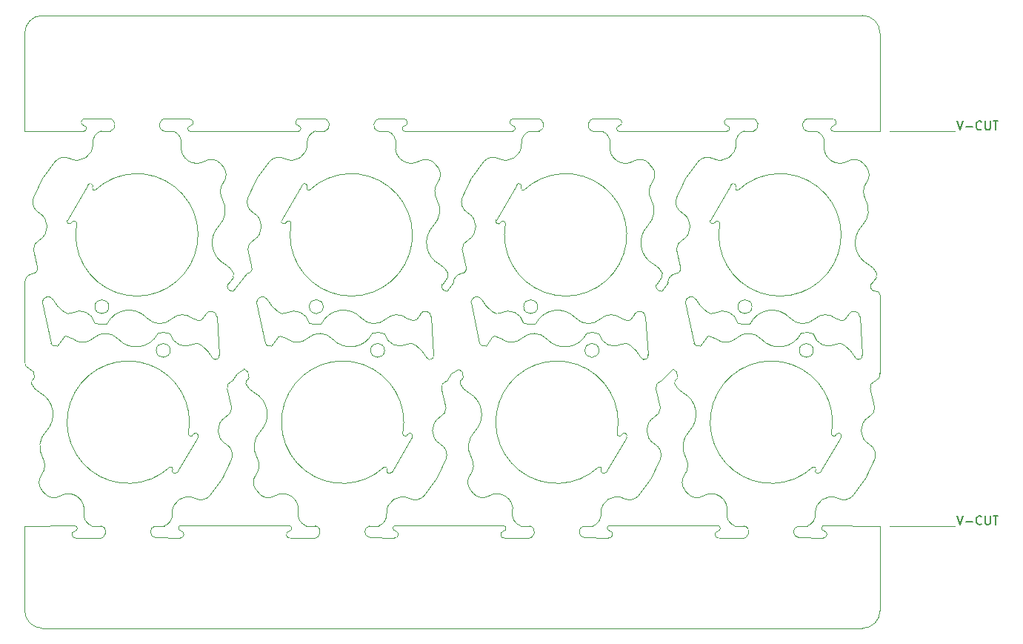
<source format=gbr>
%TF.GenerationSoftware,KiCad,Pcbnew,7.0.10*%
%TF.CreationDate,2024-11-13T11:37:08-08:00*%
%TF.ProjectId,ballBearingBoardPanelization241112,62616c6c-4265-4617-9269-6e67426f6172,rev?*%
%TF.SameCoordinates,Original*%
%TF.FileFunction,Profile,NP*%
%FSLAX46Y46*%
G04 Gerber Fmt 4.6, Leading zero omitted, Abs format (unit mm)*
G04 Created by KiCad (PCBNEW 7.0.10) date 2024-11-13 11:37:08*
%MOMM*%
%LPD*%
G01*
G04 APERTURE LIST*
%ADD10C,0.150000*%
%TA.AperFunction,Profile*%
%ADD11C,0.100000*%
%TD*%
G04 APERTURE END LIST*
D10*
X94707322Y34397480D02*
X95040655Y33397480D01*
X95040655Y33397480D02*
X95373988Y34397480D01*
X95707322Y33778433D02*
X96469227Y33778433D01*
X97516845Y33492719D02*
X97469226Y33445100D01*
X97469226Y33445100D02*
X97326369Y33397480D01*
X97326369Y33397480D02*
X97231131Y33397480D01*
X97231131Y33397480D02*
X97088274Y33445100D01*
X97088274Y33445100D02*
X96993036Y33540338D01*
X96993036Y33540338D02*
X96945417Y33635576D01*
X96945417Y33635576D02*
X96897798Y33826052D01*
X96897798Y33826052D02*
X96897798Y33968909D01*
X96897798Y33968909D02*
X96945417Y34159385D01*
X96945417Y34159385D02*
X96993036Y34254623D01*
X96993036Y34254623D02*
X97088274Y34349861D01*
X97088274Y34349861D02*
X97231131Y34397480D01*
X97231131Y34397480D02*
X97326369Y34397480D01*
X97326369Y34397480D02*
X97469226Y34349861D01*
X97469226Y34349861D02*
X97516845Y34302242D01*
X97945417Y34397480D02*
X97945417Y33587957D01*
X97945417Y33587957D02*
X97993036Y33492719D01*
X97993036Y33492719D02*
X98040655Y33445100D01*
X98040655Y33445100D02*
X98135893Y33397480D01*
X98135893Y33397480D02*
X98326369Y33397480D01*
X98326369Y33397480D02*
X98421607Y33445100D01*
X98421607Y33445100D02*
X98469226Y33492719D01*
X98469226Y33492719D02*
X98516845Y33587957D01*
X98516845Y33587957D02*
X98516845Y34397480D01*
X98850179Y34397480D02*
X99421607Y34397480D01*
X99135893Y33397480D02*
X99135893Y34397480D01*
X94707322Y-10712024D02*
X95040655Y-11712024D01*
X95040655Y-11712024D02*
X95373988Y-10712024D01*
X95707322Y-11331071D02*
X96469227Y-11331071D01*
X97516845Y-11616785D02*
X97469226Y-11664405D01*
X97469226Y-11664405D02*
X97326369Y-11712024D01*
X97326369Y-11712024D02*
X97231131Y-11712024D01*
X97231131Y-11712024D02*
X97088274Y-11664405D01*
X97088274Y-11664405D02*
X96993036Y-11569166D01*
X96993036Y-11569166D02*
X96945417Y-11473928D01*
X96945417Y-11473928D02*
X96897798Y-11283452D01*
X96897798Y-11283452D02*
X96897798Y-11140595D01*
X96897798Y-11140595D02*
X96945417Y-10950119D01*
X96945417Y-10950119D02*
X96993036Y-10854881D01*
X96993036Y-10854881D02*
X97088274Y-10759643D01*
X97088274Y-10759643D02*
X97231131Y-10712024D01*
X97231131Y-10712024D02*
X97326369Y-10712024D01*
X97326369Y-10712024D02*
X97469226Y-10759643D01*
X97469226Y-10759643D02*
X97516845Y-10807262D01*
X97945417Y-10712024D02*
X97945417Y-11521547D01*
X97945417Y-11521547D02*
X97993036Y-11616785D01*
X97993036Y-11616785D02*
X98040655Y-11664405D01*
X98040655Y-11664405D02*
X98135893Y-11712024D01*
X98135893Y-11712024D02*
X98326369Y-11712024D01*
X98326369Y-11712024D02*
X98421607Y-11664405D01*
X98421607Y-11664405D02*
X98469226Y-11616785D01*
X98469226Y-11616785D02*
X98516845Y-11521547D01*
X98516845Y-11521547D02*
X98516845Y-10712024D01*
X98850179Y-10712024D02*
X99421607Y-10712024D01*
X99135893Y-11712024D02*
X99135893Y-10712024D01*
D11*
X86995000Y-11842205D02*
X94513400Y-11842205D01*
X86995000Y33267300D02*
X94513400Y33267300D01*
X67611260Y22688381D02*
G75*
G03*
X69711656Y26511319I6872600J-1287471D01*
G01*
X67134904Y9541487D02*
G75*
G03*
X66376474Y9826573I-1198404J-2036787D01*
G01*
X31576905Y33840096D02*
G75*
G03*
X31618320Y33220948I44295J-307996D01*
G01*
X40389372Y14028355D02*
G75*
G03*
X41625703Y12616490I3643928J1943645D01*
G01*
X85920600Y33243105D02*
X80618320Y33220948D01*
X66094364Y9697961D02*
X65352867Y8699322D01*
X80440786Y34646782D02*
X77875943Y34649012D01*
X18134886Y9541463D02*
G75*
G03*
X20516999Y9603528I1155914J1379837D01*
G01*
X80848958Y11859432D02*
G75*
G03*
X81607384Y11574340I1198342J2036568D01*
G01*
X81607384Y11574358D02*
G75*
G03*
X81889495Y11702951I-1684J377442D01*
G01*
X64889380Y14028359D02*
G75*
G03*
X66125703Y12616490I3643720J1943441D01*
G01*
X8358142Y8784406D02*
G75*
G03*
X7417180Y8913020I-558042J-576306D01*
G01*
X44097800Y34671000D02*
X46662643Y34673230D01*
X-6365100Y9541480D02*
G75*
G03*
X-7123526Y9826573I-1198461J-2036872D01*
G01*
X83126531Y7340554D02*
G75*
G03*
X83888600Y7696200I354469J234746D01*
G01*
X17125672Y12616458D02*
G75*
G03*
X18066679Y12487894I558028J576342D01*
G01*
X-5080368Y-10281670D02*
G75*
G03*
X-7779350Y-8428287I-1773146J309745D01*
G01*
X53804153Y10088612D02*
G75*
G03*
X52410024Y10168799I-807753J-1884312D01*
G01*
X69679717Y11312322D02*
G75*
G03*
X71073836Y11232112I807783J1884378D01*
G01*
X67406966Y-12439253D02*
G75*
G03*
X67543074Y-13245869I74934J-402147D01*
G01*
X59546141Y29539842D02*
X59881093Y29132077D01*
X42865540Y-11820036D02*
X30563594Y-11795818D01*
X66836356Y30116493D02*
G75*
G03*
X69449192Y31846673I817284J1603757D01*
G01*
X17836359Y30116497D02*
G75*
G03*
X16162318Y29808155I-635659J-1247397D01*
G01*
X62438866Y4392998D02*
G75*
G03*
X63370440Y3390213I1978934J904302D01*
G01*
X31848956Y11859430D02*
G75*
G03*
X29466861Y11797383I-1155916J-1379780D01*
G01*
X43043074Y-13245870D02*
X45607917Y-13248100D01*
X36482890Y16602295D02*
G75*
G03*
X36544976Y17007906I-381190J265905D01*
G01*
X-3114117Y33267323D02*
G75*
G03*
X-4050808Y31846673I459850J-1322321D01*
G01*
X56953608Y-1702077D02*
X54589497Y-5715292D01*
X59897168Y27421615D02*
G75*
G03*
X59768626Y25444157I1435432J-1086215D01*
G01*
X63341192Y20801026D02*
G75*
G03*
X63297054Y23922782I-920592J1548174D01*
G01*
X-6663646Y30116487D02*
G75*
G03*
X-4050808Y31846673I817283J1603761D01*
G01*
X-10999055Y4798635D02*
G75*
G03*
X-11061116Y4393006I381253J-265893D01*
G01*
X20331157Y-11842193D02*
X21387874Y-11848870D01*
X41876474Y9826580D02*
G75*
G03*
X41594364Y9697961I1726J-377480D01*
G01*
X44911364Y26811670D02*
G75*
G03*
X44394363Y27116205I-258464J152330D01*
G01*
X-5888738Y22688381D02*
G75*
G03*
X-3788345Y26511319I6872599J-1287467D01*
G01*
X-9562282Y-8138929D02*
X-9897233Y-7731165D01*
X34609158Y12039599D02*
G75*
G03*
X33388518Y12385866I-665958J-22999D01*
G01*
X43920267Y33245097D02*
G75*
G03*
X43961686Y33864349I-2867J311203D01*
G01*
X84853800Y15748000D02*
X85482916Y16602277D01*
X79564157Y31682594D02*
G75*
G03*
X82263210Y29829201I1773143J-309794D01*
G01*
X30564283Y31682572D02*
G75*
G03*
X29652703Y33243105I-1379083J240928D01*
G01*
X71442585Y33274061D02*
G75*
G03*
X71162643Y34673230I-173185J692939D01*
G01*
X54886048Y-13221730D02*
G75*
G03*
X55022174Y-12415002I61152J404530D01*
G01*
X64641604Y9029502D02*
G75*
G03*
X65352867Y8699322I506496J159898D01*
G01*
X6872609Y-1287469D02*
G75*
G03*
X7436628Y-1397555I290471J-11691D01*
G01*
X42336356Y30116493D02*
G75*
G03*
X44949192Y31846673I817284J1603757D01*
G01*
X56953567Y-1702053D02*
G75*
G03*
X56436628Y-1397555I-258467J152253D01*
G01*
X40662315Y29808156D02*
G75*
G03*
X38158942Y25614131I9250985J-8365956D01*
G01*
X-10158820Y20801046D02*
G75*
G03*
X-10202946Y23922782I-920601J1548167D01*
G01*
X17530251Y23102990D02*
X19894362Y27116205D01*
X-5079734Y33245167D02*
G75*
G03*
X-5038314Y33864348I-2867J311168D01*
G01*
X85482911Y16602280D02*
G75*
G03*
X85544975Y17007906I-381411J265920D01*
G01*
X-5079734Y33245166D02*
X-11826200Y33267323D01*
X79386060Y-13221652D02*
X76627199Y-13181754D01*
X36361800Y4699000D02*
X36911339Y5602163D01*
X85318130Y1646469D02*
G75*
G03*
X84812260Y3795837I-10638630J-1369669D01*
G01*
X83920600Y-23539300D02*
G75*
G03*
X85920600Y-21539297I0J2000000D01*
G01*
X29572467Y-5410747D02*
G75*
G03*
X29272205Y-5110409I-204167J96147D01*
G01*
X65162315Y29808156D02*
G75*
G03*
X62658942Y25614131I9250985J-8365956D01*
G01*
X55940786Y34646782D02*
X53375943Y34649012D01*
X15641672Y9029524D02*
G75*
G03*
X16352867Y8699322I506528J159976D01*
G01*
X7953567Y-1702053D02*
G75*
G03*
X7436628Y-1397555I-258467J152253D01*
G01*
X77875929Y34648920D02*
G75*
G03*
X77595986Y33249783I-106729J-706220D01*
G01*
X81858130Y8784395D02*
G75*
G03*
X80917180Y8913020I-558030J-576195D01*
G01*
X35046135Y29539837D02*
G75*
G03*
X33263210Y29829201I-1062835J-911237D01*
G01*
X15098574Y-1058758D02*
G75*
G03*
X14370440Y3390211I-2003324J1956198D01*
G01*
X67134888Y9541466D02*
G75*
G03*
X69516999Y9603528I1155912J1379934D01*
G01*
X57358130Y8784395D02*
G75*
G03*
X56417180Y8913020I-558030J-576195D01*
G01*
X44097800Y34670997D02*
G75*
G03*
X43961686Y33864350I-61100J-404497D01*
G01*
X84046119Y29539824D02*
G75*
G03*
X82263210Y29829201I-1062819J-911124D01*
G01*
X60982911Y16602280D02*
G75*
G03*
X61044975Y17007906I-381411J265920D01*
G01*
X77597977Y-11866410D02*
X76541260Y-11873087D01*
X31372626Y-1287470D02*
G75*
G03*
X31936627Y-1397555I290474J-11630D01*
G01*
X11353841Y15747985D02*
G75*
G03*
X11912600Y14960601I554459J-198485D01*
G01*
X36324961Y-4213234D02*
G75*
G03*
X35686806Y-2521871I-1319461J468234D01*
G01*
X18406966Y-12439253D02*
G75*
G03*
X18543074Y-13245869I74934J-402147D01*
G01*
X13550592Y16973136D02*
G75*
G03*
X14109392Y17760532I4338J588904D01*
G01*
X18611260Y22688381D02*
G75*
G03*
X20711656Y26511319I6872600J-1287471D01*
G01*
X85361796Y4699015D02*
G75*
G03*
X85911338Y5602163I-196096J738085D01*
G01*
X77597986Y-11866437D02*
G75*
G03*
X78534667Y-10445760I-459886J1322337D01*
G01*
X66376474Y9826573D02*
G75*
G03*
X66094364Y9697961I1626J-377273D01*
G01*
X66836359Y30116497D02*
G75*
G03*
X65162318Y29808155I-635659J-1247397D01*
G01*
X11353800Y15748000D02*
X11982916Y16602277D01*
X36544979Y17007907D02*
G75*
G03*
X35613420Y18010699I-1979079J-904407D01*
G01*
X20411335Y26811686D02*
G75*
G03*
X20711655Y26511320I204165J-96186D01*
G01*
X68597800Y34670997D02*
G75*
G03*
X68461686Y33864350I-61100J-404497D01*
G01*
X54886060Y-13221652D02*
X52127199Y-13181754D01*
X5886060Y-13221652D02*
X3127199Y-13181754D01*
X-8610633Y14028352D02*
G75*
G03*
X-7374297Y12616490I3643892J1943628D01*
G01*
X69411335Y26811686D02*
G75*
G03*
X69711655Y26511320I204165J-96186D01*
G01*
X-11826200Y33267323D02*
X-11826221Y44460699D01*
X-5888740Y22688381D02*
G75*
G03*
X-6452768Y22798468I-290477J11683D01*
G01*
X10546141Y29539842D02*
X10881093Y29132077D01*
X59385282Y22459674D02*
G75*
G03*
X59768625Y25444157I-1788662J1746606D01*
G01*
X31848952Y11859421D02*
G75*
G03*
X32607384Y11574339I1198348J2036679D01*
G01*
X-6663646Y30116488D02*
G75*
G03*
X-8337683Y29808155I-635669J-1247355D01*
G01*
X64098578Y-1058762D02*
G75*
G03*
X63715236Y-4043244I1788682J-1746608D01*
G01*
X23345311Y9499927D02*
G75*
G03*
X20516999Y9603528I-1465891J-1360577D01*
G01*
X62500944Y4798635D02*
X62772828Y5178358D01*
X10546135Y29539837D02*
G75*
G03*
X8763210Y29829201I-1062835J-911237D01*
G01*
X85324890Y-4213209D02*
G75*
G03*
X84686806Y-2521871I-1319290J468309D01*
G01*
X17376474Y9826580D02*
G75*
G03*
X17094364Y9697961I1726J-377480D01*
G01*
X14341183Y20801041D02*
G75*
G03*
X14297054Y23922782I-920603J1548169D01*
G01*
X68419616Y-10281667D02*
G75*
G03*
X69331157Y-11842193I1379084J-240933D01*
G01*
X5152703Y33243105D02*
X4095986Y33249782D01*
X67543074Y-13245870D02*
X70107917Y-13248100D01*
X71287498Y13196473D02*
G75*
G03*
X69687500Y13196473I-799999J0D01*
G01*
X69687500Y13196473D02*
G75*
G03*
X71287498Y13196473I799999J0D01*
G01*
X79563594Y-11795840D02*
G75*
G03*
X79522174Y-12415001I2906J-311160D01*
G01*
X-1154684Y9499932D02*
G75*
G03*
X3410024Y10168800I2052250J1904782D01*
G01*
X38000975Y4798614D02*
G75*
G03*
X37938885Y4393006I381225J-265914D01*
G01*
X60353800Y15748000D02*
X60982916Y16602277D01*
X10385283Y22459673D02*
G75*
G03*
X10768625Y25444157I-1788673J1746607D01*
G01*
X37938866Y4392998D02*
G75*
G03*
X38870440Y3390213I1978934J904302D01*
G01*
X-2057400Y33274001D02*
G75*
G03*
X-2337357Y34673229I-173202J692967D01*
G01*
X45885883Y33267323D02*
X46942600Y33274000D01*
X13500944Y4798635D02*
X13772828Y5178358D01*
X79386048Y-13221730D02*
G75*
G03*
X79522174Y-12415002I61152J404530D01*
G01*
X64641667Y9029522D02*
X63668685Y13682086D01*
X78572480Y-5410748D02*
G75*
G03*
X79089496Y-5715292I258520J-152252D01*
G01*
X56348922Y11859388D02*
G75*
G03*
X53966861Y11797384I-1155922J-1379788D01*
G01*
X32889496Y11702951D02*
X33388518Y12385866D01*
X35642679Y599867D02*
G75*
G03*
X35686806Y-2521870I920621J-1548167D01*
G01*
X6064220Y31682583D02*
G75*
G03*
X8763210Y29829201I1773150J-309743D01*
G01*
X-8337683Y29808155D02*
G75*
G03*
X-10841058Y25614131I9251023J-8365985D01*
G01*
X63341187Y20801031D02*
G75*
G03*
X62665730Y19754443I459213J-1037631D01*
G01*
X34885283Y22459673D02*
G75*
G03*
X35268625Y25444157I-1788673J1746607D01*
G01*
X-3392083Y-13248100D02*
G75*
G03*
X-3112126Y-11848870I106756J706262D01*
G01*
X35397144Y27421633D02*
G75*
G03*
X35268626Y25444157I1435416J-1086203D01*
G01*
X17836356Y30116493D02*
G75*
G03*
X20449192Y31846673I817284J1603757D01*
G01*
X54072588Y-5410803D02*
G75*
G03*
X53772205Y-5110408I-204188J96203D01*
G01*
X85920622Y14554202D02*
G75*
G03*
X85412600Y14960599I-440722J-30202D01*
G01*
X10109205Y12039600D02*
G75*
G03*
X8888519Y12385865I-665965J-22950D01*
G01*
X14937718Y-8138929D02*
X14602767Y-7731165D01*
X62550585Y16973170D02*
G75*
G03*
X61673800Y15936721I200115J-1058370D01*
G01*
X62550591Y16973054D02*
G75*
G03*
X63109392Y17760532I4309J588946D01*
G01*
X44911335Y26811686D02*
G75*
G03*
X45211655Y26511320I204165J-96186D01*
G01*
X68597800Y34671000D02*
X71162643Y34673230D01*
X-4168843Y-11842193D02*
X-3112126Y-11848870D01*
X66530251Y23102990D02*
X68894362Y27116205D01*
X59109158Y12039599D02*
G75*
G03*
X57888518Y12385866I-665958J-22999D01*
G01*
X7076905Y33840096D02*
G75*
G03*
X7118320Y33220948I44295J-307996D01*
G01*
X32453608Y-1702077D02*
X30089497Y-5715292D01*
X13658887Y25614150D02*
G75*
G03*
X14297054Y23922784I1319413J-468250D01*
G01*
X-3820280Y11312330D02*
G75*
G03*
X-2426164Y11232112I807782J1884170D01*
G01*
X82821537Y-8407238D02*
G75*
G03*
X85324919Y-4213219I-9250737J8365838D01*
G01*
X20679720Y11312330D02*
G75*
G03*
X18066679Y12487894I-1753620J-406030D01*
G01*
X17530216Y23103011D02*
G75*
G03*
X18047231Y22798468I258484J-152311D01*
G01*
X-6365100Y9541480D02*
G75*
G03*
X-3983001Y9603528I1155917J1379798D01*
G01*
X19419628Y-10281669D02*
G75*
G03*
X16720650Y-8428287I-1773128J309769D01*
G01*
X-9826221Y-23539297D02*
X83920600Y-23539297D01*
X-10727172Y5178358D02*
G75*
G03*
X-11276711Y6081521I-745650J165069D01*
G01*
X18406959Y-12439212D02*
G75*
G03*
X18365540Y-11820037I-44259J308012D01*
G01*
X28597977Y-11866410D02*
X27541260Y-11873087D01*
X22442585Y33274061D02*
G75*
G03*
X22162643Y34673230I-173185J692939D01*
G01*
X59897148Y27421631D02*
G75*
G03*
X59881093Y29132077I-1116368J844819D01*
G01*
X14341163Y20801086D02*
G75*
G03*
X13665730Y19754443I459337J-1037686D01*
G01*
X15641667Y9029522D02*
X14668685Y13682086D01*
X8107384Y11574358D02*
G75*
G03*
X8389495Y11702951I-1684J377442D01*
G01*
X84046141Y29539842D02*
X84381093Y29132077D01*
X40141667Y9029522D02*
X39168685Y13682086D01*
X9626600Y7340600D02*
G75*
G03*
X8358157Y8784421I-3751080J-2016350D01*
G01*
X-6093040Y-12439219D02*
G75*
G03*
X-6134460Y-11820036I-44287J308014D01*
G01*
X8389496Y11702951D02*
X8888518Y12385866D01*
X-9401426Y-1058758D02*
G75*
G03*
X-9784764Y-4043244I1788684J-1746607D01*
G01*
X44831157Y-11842193D02*
X45887874Y-11848870D01*
X75638505Y11900946D02*
G75*
G03*
X78466861Y11797384I1465895J1360654D01*
G01*
X39086701Y-6020710D02*
G75*
G03*
X39215234Y-4043244I-1435401J1086210D01*
G01*
X81453567Y-1702053D02*
G75*
G03*
X80936628Y-1397555I-258467J152253D01*
G01*
X57389496Y11702951D02*
X57888518Y12385866D01*
X5886060Y-13221651D02*
G75*
G03*
X6022174Y-12415003I61140J404491D01*
G01*
X38841192Y20801026D02*
G75*
G03*
X38797054Y23922782I-920592J1548174D01*
G01*
X27541260Y-11873088D02*
G75*
G03*
X27627199Y-13181753I161600J-646542D01*
G01*
X55872664Y-1287472D02*
G75*
G03*
X56436627Y-1397555I290436J-11728D01*
G01*
X56076905Y33840096D02*
G75*
G03*
X56118320Y33220948I44295J-307996D01*
G01*
X39437766Y-8138888D02*
G75*
G03*
X41220650Y-8428287I1062834J911188D01*
G01*
X30386060Y-13221652D02*
X27627199Y-13181754D01*
X7953608Y-1702077D02*
X5589497Y-5715292D01*
X85920600Y33243105D02*
X85920600Y44460703D01*
X-10158819Y20801045D02*
G75*
G03*
X-10834270Y19754443I459276J-1037666D01*
G01*
X66125672Y12616458D02*
G75*
G03*
X67066679Y12487894I558028J576342D01*
G01*
X-9913287Y-6020719D02*
G75*
G03*
X-9784765Y-4043244I-1435392J1086204D01*
G01*
X10897145Y27421633D02*
G75*
G03*
X10768627Y25444157I1435405J-1086203D01*
G01*
X-11061116Y4393006D02*
G75*
G03*
X-10129560Y3390212I1978937J904268D01*
G01*
X45885891Y33267300D02*
G75*
G03*
X44949192Y31846673I459809J-1322300D01*
G01*
X4097978Y-11866414D02*
G75*
G03*
X5034667Y-10445760I-459858J1322324D01*
G01*
X32858142Y8784406D02*
G75*
G03*
X31917180Y8913020I-558042J-576306D01*
G01*
X20411364Y26811670D02*
G75*
G03*
X19894363Y27116205I-258464J152330D01*
G01*
X23345322Y9499937D02*
G75*
G03*
X27910024Y10168800I2052248J1904783D01*
G01*
X18134894Y9541469D02*
G75*
G03*
X17376474Y9826573I-1198494J-2036869D01*
G01*
X47845292Y9499910D02*
G75*
G03*
X45016999Y9603528I-1465892J-1360610D01*
G01*
X53097977Y-11866410D02*
X52041260Y-11873087D01*
X80576905Y33840096D02*
G75*
G03*
X80618320Y33220948I44295J-307996D01*
G01*
X42906966Y-12439253D02*
G75*
G03*
X43043074Y-13245869I74934J-402147D01*
G01*
X11982890Y16602295D02*
G75*
G03*
X12044976Y17007906I-381190J265905D01*
G01*
X11142678Y599868D02*
G75*
G03*
X11818130Y1646469I-459268J1037662D01*
G01*
X21107916Y-13248105D02*
G75*
G03*
X21387874Y-11848871I106754J706265D01*
G01*
X63586676Y-6020691D02*
G75*
G03*
X63602768Y-7731165I1116424J-844809D01*
G01*
X28597986Y-11866437D02*
G75*
G03*
X29534667Y-10445760I-459886J1322337D01*
G01*
X15889372Y14028355D02*
G75*
G03*
X17125703Y12616490I3643928J1943645D01*
G01*
X36361804Y4698985D02*
G75*
G03*
X35812262Y3795837I196096J-738085D01*
G01*
X4097977Y-11866410D02*
X3041260Y-11873087D01*
X59388600Y7696200D02*
X59109200Y12039600D01*
X-1154684Y9499932D02*
G75*
G03*
X-3983001Y9603528I-1465891J-1360585D01*
G01*
X46942585Y33274061D02*
G75*
G03*
X46662643Y34673230I-173185J692939D01*
G01*
X-10949408Y16973133D02*
G75*
G03*
X-10390609Y17760532I4340J588903D01*
G01*
X38165741Y19754444D02*
G75*
G03*
X38609392Y17760532I11156559J1436056D01*
G01*
X-3114117Y33267323D02*
X-2057400Y33274000D01*
X54072480Y-5410748D02*
G75*
G03*
X54589496Y-5715292I258520J-152252D01*
G01*
X45179720Y11312330D02*
G75*
G03*
X46573836Y11232113I807780J1884170D01*
G01*
X34885286Y22459670D02*
G75*
G03*
X35613420Y18010700I2003314J-1956200D01*
G01*
X63937718Y-8138929D02*
X63602767Y-7731165D01*
X4796361Y8204441D02*
G75*
G03*
X3196359Y8204441I-800001J0D01*
G01*
X3196359Y8204441D02*
G75*
G03*
X4796361Y8204441I800001J0D01*
G01*
X-4088661Y26811684D02*
G75*
G03*
X-4605637Y27116205I-258477J152279D01*
G01*
X38841163Y20801086D02*
G75*
G03*
X38165730Y19754443I459337J-1037686D01*
G01*
X40141672Y9029524D02*
G75*
G03*
X40852867Y8699322I506528J159976D01*
G01*
X12411339Y5602163D02*
X13223289Y6081521D01*
X67406959Y-12439212D02*
G75*
G03*
X67365540Y-11820037I-44259J308012D01*
G01*
X38158887Y25614150D02*
G75*
G03*
X38797054Y23922784I1319413J-468250D01*
G01*
X32453567Y-1702053D02*
G75*
G03*
X31936628Y-1397555I-258467J152253D01*
G01*
X-6969749Y23102990D02*
X-4605638Y27116205D01*
X19419616Y-10281667D02*
G75*
G03*
X20331157Y-11842193I1379084J-240933D01*
G01*
X84397099Y27421668D02*
G75*
G03*
X84381092Y29132076I-1116299J844832D01*
G01*
X3041260Y-11873088D02*
G75*
G03*
X3127199Y-13181753I161600J-646542D01*
G01*
X30563594Y-11795840D02*
G75*
G03*
X30522174Y-12415001I2906J-311160D01*
G01*
X-8858333Y9029522D02*
X-9831315Y13682086D01*
X80372664Y-1287472D02*
G75*
G03*
X80936627Y-1397555I290436J-11728D01*
G01*
X84397168Y27421615D02*
G75*
G03*
X84268626Y25444157I1435432J-1086215D01*
G01*
X46787498Y13196473D02*
G75*
G03*
X45187500Y13196473I-799999J0D01*
G01*
X45187500Y13196473D02*
G75*
G03*
X46787498Y13196473I799999J0D01*
G01*
X10385286Y22459670D02*
G75*
G03*
X11113420Y18010700I2003314J-1956200D01*
G01*
X47845320Y9499936D02*
G75*
G03*
X52410023Y10168800I2052250J1904774D01*
G01*
X7348957Y11859430D02*
G75*
G03*
X4966861Y11797384I-1155917J-1379790D01*
G01*
X84642679Y599867D02*
G75*
G03*
X84686806Y-2521870I920621J-1548167D01*
G01*
X43919628Y-10281669D02*
G75*
G03*
X41220650Y-8428287I-1773128J309769D01*
G01*
X21385891Y33267300D02*
G75*
G03*
X20449192Y31846673I459809J-1322300D01*
G01*
X2138543Y11900981D02*
G75*
G03*
X4966861Y11797384I1465892J1360584D01*
G01*
X43111280Y22688380D02*
G75*
G03*
X42547232Y22798468I-290480J11720D01*
G01*
X6940786Y34646782D02*
X4375943Y34649012D01*
X35853752Y15748017D02*
G75*
G03*
X36412600Y14960600I554448J-198517D01*
G01*
X2138543Y11900981D02*
G75*
G03*
X-2426164Y11232112I-2052249J-1904785D01*
G01*
X40389278Y14028292D02*
G75*
G03*
X39168686Y13682086I-554678J-369192D01*
G01*
X18365540Y-11820036D02*
X6063594Y-11795818D01*
X60353752Y15748017D02*
G75*
G03*
X60912600Y14960600I554448J-198517D01*
G01*
X31440786Y34646782D02*
X28875943Y34649012D01*
X81453608Y-1702077D02*
X79089497Y-5715292D01*
X4804136Y10088581D02*
G75*
G03*
X7417180Y8913020I1753614J406019D01*
G01*
X11818133Y1646469D02*
G75*
G03*
X11312260Y3795837I-10637733J-1369469D01*
G01*
X30564306Y31682568D02*
G75*
G03*
X33263210Y29829201I1773094J-309768D01*
G01*
X45607916Y-13248105D02*
G75*
G03*
X45887874Y-11848871I106754J706265D01*
G01*
X55064306Y31682568D02*
G75*
G03*
X57763210Y29829201I1773094J-309768D01*
G01*
X80848922Y11859388D02*
G75*
G03*
X78466861Y11797384I-1155922J-1379788D01*
G01*
X79564301Y31682569D02*
G75*
G03*
X78652703Y33243105I-1378901J241031D01*
G01*
X60142667Y599892D02*
G75*
G03*
X60818130Y1646469I-459167J1037608D01*
G01*
X75638551Y11900988D02*
G75*
G03*
X71073837Y11232112I-2052251J-1904788D01*
G01*
X-2212502Y13196473D02*
G75*
G03*
X-3812500Y13196473I-799999J0D01*
G01*
X-3812500Y13196473D02*
G75*
G03*
X-2212502Y13196473I799999J0D01*
G01*
X-9401426Y-1058758D02*
G75*
G03*
X-10129560Y3390212I-2003320J1956199D01*
G01*
X85361804Y4698985D02*
G75*
G03*
X84812262Y3795837I196096J-738085D01*
G01*
X35046141Y29539842D02*
X35381093Y29132077D01*
X42336359Y30116497D02*
G75*
G03*
X40662318Y29808155I-635659J-1247397D01*
G01*
X19597800Y34671003D02*
G75*
G03*
X19461686Y33864351I-61140J-404493D01*
G01*
X72345292Y9499910D02*
G75*
G03*
X69516999Y9603528I-1465892J-1360610D01*
G01*
X18611280Y22688380D02*
G75*
G03*
X18047232Y22798468I-290480J11720D01*
G01*
X-8610633Y14028352D02*
G75*
G03*
X-9831315Y13682086I-554718J-369218D01*
G01*
X36911339Y5602163D02*
X37723289Y6081521D01*
X14937714Y-8138932D02*
G75*
G03*
X16720650Y-8428287I1062836J911252D01*
G01*
X11912600Y14960600D02*
X13550592Y16973132D01*
X13665731Y19754443D02*
G75*
G03*
X14109392Y17760532I11156769J1436157D01*
G01*
X-10841059Y25614131D02*
G75*
G03*
X-10202946Y23922783I1319372J-468274D01*
G01*
X20679718Y11312326D02*
G75*
G03*
X22073836Y11232113I807782J1884274D01*
G01*
X59546135Y29539837D02*
G75*
G03*
X57763210Y29829201I-1062835J-911237D01*
G01*
X32147502Y-8715582D02*
G75*
G03*
X29534668Y-10445760I-817282J-1603758D01*
G01*
X62659000Y25614110D02*
G75*
G03*
X63297054Y23922783I1319300J-468310D01*
G01*
X19420266Y33245166D02*
X7118320Y33220948D01*
X26638548Y11900986D02*
G75*
G03*
X29466860Y11797385I1465892J1360584D01*
G01*
X70107930Y-13248015D02*
G75*
G03*
X70387874Y-11848871I106770J706215D01*
G01*
X60142679Y599867D02*
G75*
G03*
X60186806Y-2521870I920621J-1548167D01*
G01*
X43919616Y-10281667D02*
G75*
G03*
X44831157Y-11842193I1379084J-240933D01*
G01*
X-4902200Y34671000D02*
X-2337357Y34673230D01*
X30386048Y-13221730D02*
G75*
G03*
X30522174Y-12415002I61152J404530D01*
G01*
X-10949408Y16973132D02*
G75*
G03*
X-11826200Y15936721I200064J-1058335D01*
G01*
X52041247Y-11873035D02*
G75*
G03*
X52127199Y-13181754I161653J-646565D01*
G01*
X60818132Y1646469D02*
G75*
G03*
X60312261Y3795837I-10637332J-1369369D01*
G01*
X41594364Y9697961D02*
X40852867Y8699322D01*
X11861804Y4698985D02*
G75*
G03*
X11312262Y3795837I196096J-738085D01*
G01*
X63586701Y-6020710D02*
G75*
G03*
X63715234Y-4043244I-1435401J1086210D01*
G01*
X19420267Y33245097D02*
G75*
G03*
X19461686Y33864349I-2867J311203D01*
G01*
X76541247Y-11873035D02*
G75*
G03*
X76627199Y-13181754I161653J-646565D01*
G01*
X83126599Y7340600D02*
G75*
G03*
X81858157Y8784422I-3750799J-2016100D01*
G01*
X36318125Y1646468D02*
G75*
G03*
X35812260Y3795837I-10638325J-1369568D01*
G01*
X13500946Y4798634D02*
G75*
G03*
X13438885Y4393006I381254J-265894D01*
G01*
X6063594Y-11795825D02*
G75*
G03*
X6022174Y-12415001I2866J-311165D01*
G01*
X36412600Y14960600D02*
X37173800Y15936721D01*
X26638551Y11900988D02*
G75*
G03*
X22073837Y11232112I-2052251J-1904788D01*
G01*
X60912600Y14960600D02*
X61673800Y15936721D01*
X69411364Y26811670D02*
G75*
G03*
X68894363Y27116205I-258464J152330D01*
G01*
X-11826221Y-21539293D02*
G75*
G03*
X-9826221Y-23539297I2000000J-4D01*
G01*
X85920600Y14554200D02*
X85911339Y5602163D01*
X-7405636Y9697961D02*
X-8147133Y8699322D01*
X51138505Y11900946D02*
G75*
G03*
X53966861Y11797384I1465895J1360654D01*
G01*
X80372600Y-1287469D02*
G75*
G03*
X78272205Y-5110408I-6872600J1287469D01*
G01*
X53804065Y10088565D02*
G75*
G03*
X56417180Y8913020I1753635J406035D01*
G01*
X39598574Y-1058758D02*
G75*
G03*
X38870440Y3390211I-2003324J1956198D01*
G01*
X42634894Y9541469D02*
G75*
G03*
X41876474Y9826573I-1198494J-2036869D01*
G01*
X14586709Y-6020716D02*
G75*
G03*
X14715235Y-4043244I-1435389J1086206D01*
G01*
X72345354Y9499967D02*
G75*
G03*
X76910023Y10168800I2052246J1904733D01*
G01*
X85920600Y-11866400D02*
X85920600Y-21539297D01*
X5072568Y-5410800D02*
G75*
G03*
X5589496Y-5715292I258432J-152300D01*
G01*
X29652703Y33243105D02*
X28595986Y33249782D01*
X70385883Y33267323D02*
X71442600Y33274000D01*
X78296361Y8204441D02*
G75*
G03*
X76696359Y8204441I-800001J0D01*
G01*
X76696359Y8204441D02*
G75*
G03*
X78296361Y8204441I800001J0D01*
G01*
X-6969749Y23102990D02*
G75*
G03*
X-6452769Y22798468I258489J-152262D01*
G01*
X9321542Y-8407242D02*
G75*
G03*
X11824919Y-4213219I-9250992J8365972D01*
G01*
X67611318Y22688379D02*
G75*
G03*
X67047232Y22798468I-290518J11621D01*
G01*
X56647502Y-8715582D02*
G75*
G03*
X54034668Y-10445760I-817282J-1603758D01*
G01*
X7647507Y-8715571D02*
G75*
G03*
X9321542Y-8407242I635673J1247341D01*
G01*
X42030251Y23102990D02*
X44394362Y27116205D01*
X12044977Y17007906D02*
G75*
G03*
X11113420Y18010700I-1978977J-904306D01*
G01*
X84853752Y15748017D02*
G75*
G03*
X85412600Y14960600I554448J-198517D01*
G01*
X9626602Y7340601D02*
G75*
G03*
X10388599Y7696200I354478J234629D01*
G01*
X-11826200Y15936721D02*
X-11826250Y6984684D01*
X62772805Y5178363D02*
G75*
G03*
X62223289Y6081521I-745705J165037D01*
G01*
X53375943Y34649013D02*
G75*
G03*
X53095986Y33249783I-106753J-706263D01*
G01*
X81889496Y11702951D02*
X82388518Y12385866D01*
X45179720Y11312330D02*
G75*
G03*
X42566679Y12487894I-1753620J-406030D01*
G01*
X11824890Y-4213209D02*
G75*
G03*
X11186806Y-2521871I-1319290J468309D01*
G01*
X-5956926Y-13245870D02*
X-3392083Y-13248100D01*
X29304142Y10088583D02*
G75*
G03*
X31917180Y8913020I1753608J406007D01*
G01*
X83885252Y22459703D02*
G75*
G03*
X84613420Y18010700I2003348J-1956203D01*
G01*
X34888600Y7696200D02*
X34609200Y12039600D01*
X32607384Y11574324D02*
G75*
G03*
X32889495Y11702951I-1684J377376D01*
G01*
X78652703Y33243105D02*
X77595986Y33249782D01*
X-11826221Y-21539293D02*
X-11826200Y-11866400D01*
X56647521Y-8715543D02*
G75*
G03*
X58321542Y-8407242I635679J1247343D01*
G01*
X-6093040Y-12439221D02*
G75*
G03*
X-5956926Y-13245869I74973J-402157D01*
G01*
X13438866Y4392998D02*
G75*
G03*
X14370440Y3390213I1978934J904302D01*
G01*
X78304065Y10088565D02*
G75*
G03*
X80917180Y8913020I1753635J406035D01*
G01*
X56348960Y11859435D02*
G75*
G03*
X57107384Y11574339I1198540J2037065D01*
G01*
X-7374296Y12616491D02*
G75*
G03*
X-6433321Y12487895I558035J576315D01*
G01*
X6872600Y-1287469D02*
G75*
G03*
X4772205Y-5110408I-6872601J1287469D01*
G01*
X80576895Y33840161D02*
G75*
G03*
X80440786Y34646781I-74995J402139D01*
G01*
X-9913287Y-6020719D02*
G75*
G03*
X-9897232Y-7731164I1116353J-844820D01*
G01*
X60861804Y4698985D02*
G75*
G03*
X60312262Y3795837I196096J-738085D01*
G01*
X38272875Y5178348D02*
G75*
G03*
X37723289Y6081521I-745675J165052D01*
G01*
X68420267Y33245097D02*
G75*
G03*
X68461686Y33864349I-2867J311203D01*
G01*
X29296361Y8204441D02*
G75*
G03*
X27696359Y8204441I-800001J0D01*
G01*
X27696359Y8204441D02*
G75*
G03*
X29296361Y8204441I800001J0D01*
G01*
X5072467Y-5410747D02*
G75*
G03*
X4772205Y-5110409I-204167J96147D01*
G01*
X4375943Y34649013D02*
G75*
G03*
X4095986Y33249783I-106753J-706263D01*
G01*
X53097986Y-11866437D02*
G75*
G03*
X54034667Y-10445760I-459886J1322337D01*
G01*
X83609158Y12039599D02*
G75*
G03*
X82388518Y12385866I-665958J-22999D01*
G01*
X55063594Y-11795840D02*
G75*
G03*
X55022174Y-12415001I2906J-311160D01*
G01*
X32147521Y-8715543D02*
G75*
G03*
X33821542Y-8407242I635679J1247343D01*
G01*
X33821542Y-8407242D02*
G75*
G03*
X36324919Y-4213219I-9250942J8365942D01*
G01*
X57107384Y11574324D02*
G75*
G03*
X57389495Y11702951I-1684J377376D01*
G01*
X10897148Y27421631D02*
G75*
G03*
X10881092Y29132077I-1116358J844819D01*
G01*
X43920266Y33245166D02*
X31618320Y33223200D01*
X13772875Y5178348D02*
G75*
G03*
X13223289Y6081521I-745675J165052D01*
G01*
X42030216Y23103011D02*
G75*
G03*
X42547231Y22798468I258484J-152311D01*
G01*
X17094364Y9697961D02*
X16352867Y8699322D01*
X31576895Y33840161D02*
G75*
G03*
X31440786Y34646781I-74995J402139D01*
G01*
X-5080366Y-10281670D02*
G75*
G03*
X-4168843Y-11842192I1379115J-240917D01*
G01*
X18543074Y-13245870D02*
X21107917Y-13248100D01*
X-11826250Y6984684D02*
G75*
G03*
X-11276711Y6081521I745650J-165069D01*
G01*
X34126680Y7340653D02*
G75*
G03*
X34888599Y7696200I354420J234647D01*
G01*
X15098578Y-1058762D02*
G75*
G03*
X14715236Y-4043244I1788682J-1746608D01*
G01*
X42906959Y-12439212D02*
G75*
G03*
X42865540Y-11820037I-44259J308012D01*
G01*
X-4088660Y26811684D02*
G75*
G03*
X-3788345Y26511320I204222J-96126D01*
G01*
X39086714Y-6020720D02*
G75*
G03*
X39102767Y-7731165I1116356J-844820D01*
G01*
X67365540Y-11820036D02*
X55063594Y-11795818D01*
X11142678Y599868D02*
G75*
G03*
X11186806Y-2521871I920602J-1548168D01*
G01*
X28875943Y34649013D02*
G75*
G03*
X28595986Y33249783I-106753J-706263D01*
G01*
X-9562282Y-8138929D02*
G75*
G03*
X-7779350Y-8428287I1062836J911250D01*
G01*
X22287498Y13196473D02*
G75*
G03*
X20687500Y13196473I-799999J0D01*
G01*
X20687500Y13196473D02*
G75*
G03*
X22287498Y13196473I799999J0D01*
G01*
X81147506Y-8715573D02*
G75*
G03*
X78534668Y-10445760I-817306J-1603727D01*
G01*
X-7123526Y9826574D02*
G75*
G03*
X-7405636Y9697961I1735J-377512D01*
G01*
X6064218Y31682583D02*
G75*
G03*
X5152703Y33243104I-1379118J240917D01*
G01*
X59385284Y22459672D02*
G75*
G03*
X60113420Y18010700I2003306J-1956202D01*
G01*
X35853800Y15748000D02*
X36482916Y16602277D01*
X39437718Y-8138929D02*
X39102767Y-7731165D01*
X85920603Y44460703D02*
G75*
G03*
X83920600Y46460703I-2000003J-3D01*
G01*
X60861800Y4699000D02*
X62223289Y6081521D01*
X62500953Y4798629D02*
G75*
G03*
X62438885Y4393006I381447J-265929D01*
G01*
X29304127Y10088552D02*
G75*
G03*
X27910024Y10168799I-807827J-1884352D01*
G01*
X78304127Y10088552D02*
G75*
G03*
X76910024Y10168799I-807827J-1884352D01*
G01*
X4804140Y10088582D02*
G75*
G03*
X3410024Y10168799I-807780J-1884172D01*
G01*
X10388600Y7696200D02*
X10109200Y12039600D01*
X55064283Y31682572D02*
G75*
G03*
X54152703Y33243105I-1379083J240928D01*
G01*
X66530216Y23103011D02*
G75*
G03*
X67047231Y22798468I258484J-152311D01*
G01*
X70385891Y33267300D02*
G75*
G03*
X69449192Y31846673I459809J-1322300D01*
G01*
X68419628Y-10281669D02*
G75*
G03*
X65720650Y-8428287I-1773128J309769D01*
G01*
X63937670Y-8138971D02*
G75*
G03*
X65720649Y-8428286I1062830J911271D01*
G01*
X-10834269Y19754443D02*
G75*
G03*
X-10390608Y17760532I11156769J1436157D01*
G01*
X15889367Y14028352D02*
G75*
G03*
X14668686Y13682086I-554717J-369222D01*
G01*
X61044974Y17007905D02*
G75*
G03*
X60113420Y18010700I-1978874J-904205D01*
G01*
X43111260Y22688381D02*
G75*
G03*
X45211656Y26511319I6872600J-1287471D01*
G01*
X19597800Y34671000D02*
X22162643Y34673230D01*
X81147511Y-8715563D02*
G75*
G03*
X82821542Y-8407242I635689J1247263D01*
G01*
X-9826221Y46460703D02*
G75*
G03*
X-11826221Y44460699I0J-2000000D01*
G01*
X35642678Y599868D02*
G75*
G03*
X36318129Y1646469I-459378J1037732D01*
G01*
X79563594Y-11795818D02*
X85920600Y-11866400D01*
X7348956Y11859428D02*
G75*
G03*
X8107384Y11574339I1198444J2036872D01*
G01*
X34126610Y7340606D02*
G75*
G03*
X32858157Y8784422I-3751110J-2016406D01*
G01*
X85544974Y17007905D02*
G75*
G03*
X84613420Y18010700I-1978874J-904205D01*
G01*
X64098572Y-1058756D02*
G75*
G03*
X63370440Y3390212I-2003332J1956196D01*
G01*
X35397148Y27421631D02*
G75*
G03*
X35381092Y29132076I-1116338J844819D01*
G01*
X62665741Y19754444D02*
G75*
G03*
X63109392Y17760532I11156559J1436056D01*
G01*
X58321532Y-8407233D02*
G75*
G03*
X60824918Y-4213219I-9251032J8366033D01*
G01*
X41625672Y12616458D02*
G75*
G03*
X42566679Y12487894I558028J576342D01*
G01*
X64889278Y14028292D02*
G75*
G03*
X63668686Y13682086I-554678J-369192D01*
G01*
X58626611Y7340607D02*
G75*
G03*
X59388599Y7696200I354489J234593D01*
G01*
X31372600Y-1287469D02*
G75*
G03*
X29272205Y-5110408I-6872600J1287469D01*
G01*
X83920600Y46460703D02*
X-9826221Y46460703D01*
X11861800Y4699000D02*
X12411339Y5602163D01*
X-4902200Y34670999D02*
G75*
G03*
X-5038314Y33864351I-61141J-404491D01*
G01*
X-10999056Y4798635D02*
X-10727172Y5178358D01*
X16162317Y29808155D02*
G75*
G03*
X13658942Y25614131I9251023J-8365985D01*
G01*
X51138551Y11900988D02*
G75*
G03*
X46573837Y11232112I-2052251J-1904788D01*
G01*
X83888600Y7696200D02*
X83609200Y12039600D01*
X7647505Y-8715574D02*
G75*
G03*
X5034667Y-10445760I-817283J-1603761D01*
G01*
X7076900Y33840131D02*
G75*
G03*
X6940786Y34646782I-74970J402159D01*
G01*
X58626599Y7340600D02*
G75*
G03*
X57358157Y8784422I-3750799J-2016100D01*
G01*
X29572480Y-5410748D02*
G75*
G03*
X30089496Y-5715292I258520J-152252D01*
G01*
X69679720Y11312330D02*
G75*
G03*
X67066679Y12487894I-1753620J-406030D01*
G01*
X42634886Y9541463D02*
G75*
G03*
X45016999Y9603528I1155914J1379837D01*
G01*
X56076895Y33840161D02*
G75*
G03*
X55940786Y34646781I-74995J402139D01*
G01*
X69331157Y-11842193D02*
X70387874Y-11848870D01*
X38050585Y16973170D02*
G75*
G03*
X37173800Y15936721I200115J-1058370D01*
G01*
X83885268Y22459688D02*
G75*
G03*
X84268626Y25444157I-1788668J1746612D01*
G01*
X55872600Y-1287469D02*
G75*
G03*
X53772205Y-5110408I-6872600J1287469D01*
G01*
X-6134460Y-11820036D02*
X-11826200Y-11866400D01*
X38000944Y4798635D02*
X38272828Y5178358D01*
X14586714Y-6020720D02*
G75*
G03*
X14602767Y-7731165I1116356J-844820D01*
G01*
X53796361Y8204441D02*
G75*
G03*
X52196359Y8204441I-800001J0D01*
G01*
X52196359Y8204441D02*
G75*
G03*
X53796361Y8204441I800001J0D01*
G01*
X68420266Y33245166D02*
X56118320Y33220948D01*
X39598578Y-1058762D02*
G75*
G03*
X39215236Y-4043244I1788682J-1746608D01*
G01*
X38050591Y16973054D02*
G75*
G03*
X38609392Y17760532I4309J588946D01*
G01*
X-8858333Y9029522D02*
G75*
G03*
X-8147133Y8699322I506517J159952D01*
G01*
X78572467Y-5410747D02*
G75*
G03*
X78272205Y-5110409I-204167J96147D01*
G01*
X60824919Y-4213219D02*
G75*
G03*
X60186806Y-2521871I-1319519J468219D01*
G01*
X84642678Y599868D02*
G75*
G03*
X85318129Y1646469I-459378J1037732D01*
G01*
X21385883Y33267323D02*
X22442600Y33274000D01*
X-3820280Y11312330D02*
G75*
G03*
X-6433321Y12487893I-1753610J-406008D01*
G01*
X54152703Y33243105D02*
X53095986Y33249782D01*
M02*

</source>
